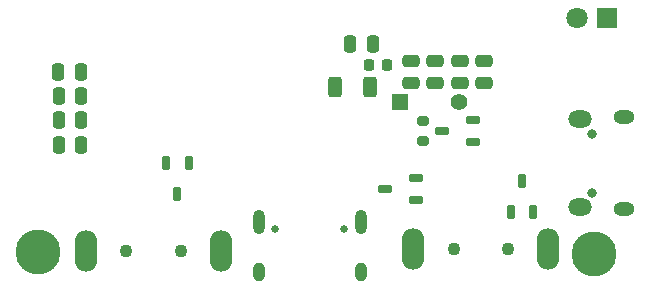
<source format=gbr>
%TF.GenerationSoftware,KiCad,Pcbnew,9.0.3*%
%TF.CreationDate,2025-09-25T12:47:50+01:00*%
%TF.ProjectId,power_bank,706f7765-725f-4626-916e-6b2e6b696361,rev?*%
%TF.SameCoordinates,Original*%
%TF.FileFunction,Soldermask,Bot*%
%TF.FilePolarity,Negative*%
%FSLAX46Y46*%
G04 Gerber Fmt 4.6, Leading zero omitted, Abs format (unit mm)*
G04 Created by KiCad (PCBNEW 9.0.3) date 2025-09-25 12:47:50*
%MOMM*%
%LPD*%
G01*
G04 APERTURE LIST*
G04 Aperture macros list*
%AMRoundRect*
0 Rectangle with rounded corners*
0 $1 Rounding radius*
0 $2 $3 $4 $5 $6 $7 $8 $9 X,Y pos of 4 corners*
0 Add a 4 corners polygon primitive as box body*
4,1,4,$2,$3,$4,$5,$6,$7,$8,$9,$2,$3,0*
0 Add four circle primitives for the rounded corners*
1,1,$1+$1,$2,$3*
1,1,$1+$1,$4,$5*
1,1,$1+$1,$6,$7*
1,1,$1+$1,$8,$9*
0 Add four rect primitives between the rounded corners*
20,1,$1+$1,$2,$3,$4,$5,0*
20,1,$1+$1,$4,$5,$6,$7,0*
20,1,$1+$1,$6,$7,$8,$9,0*
20,1,$1+$1,$8,$9,$2,$3,0*%
G04 Aperture macros list end*
%ADD10C,3.800000*%
%ADD11O,0.800000X0.800000*%
%ADD12O,1.800000X1.150000*%
%ADD13O,2.000000X1.450000*%
%ADD14RoundRect,0.102000X-0.600000X-0.600000X0.600000X-0.600000X0.600000X0.600000X-0.600000X0.600000X0*%
%ADD15C,1.404000*%
%ADD16C,1.100000*%
%ADD17O,1.900000X3.500000*%
%ADD18R,1.800000X1.800000*%
%ADD19C,1.800000*%
%ADD20C,0.650000*%
%ADD21O,1.000000X2.100000*%
%ADD22O,1.000000X1.600000*%
%ADD23RoundRect,0.250000X0.475000X-0.250000X0.475000X0.250000X-0.475000X0.250000X-0.475000X-0.250000X0*%
%ADD24RoundRect,0.250000X-0.250000X-0.475000X0.250000X-0.475000X0.250000X0.475000X-0.250000X0.475000X0*%
%ADD25RoundRect,0.225000X0.225000X0.250000X-0.225000X0.250000X-0.225000X-0.250000X0.225000X-0.250000X0*%
%ADD26RoundRect,0.200000X-0.275000X0.200000X-0.275000X-0.200000X0.275000X-0.200000X0.275000X0.200000X0*%
%ADD27RoundRect,0.162500X-0.162500X0.447500X-0.162500X-0.447500X0.162500X-0.447500X0.162500X0.447500X0*%
%ADD28RoundRect,0.162500X0.447500X0.162500X-0.447500X0.162500X-0.447500X-0.162500X0.447500X-0.162500X0*%
%ADD29RoundRect,0.162500X0.162500X-0.447500X0.162500X0.447500X-0.162500X0.447500X-0.162500X-0.447500X0*%
%ADD30RoundRect,0.250000X-0.475000X0.250000X-0.475000X-0.250000X0.475000X-0.250000X0.475000X0.250000X0*%
%ADD31RoundRect,0.250000X0.250000X0.475000X-0.250000X0.475000X-0.250000X-0.475000X0.250000X-0.475000X0*%
%ADD32RoundRect,0.250000X0.312500X0.625000X-0.312500X0.625000X-0.312500X-0.625000X0.312500X-0.625000X0*%
G04 APERTURE END LIST*
D10*
%TO.C,H2*%
X93530000Y-117160000D03*
%TD*%
D11*
%TO.C,J4*%
X140435000Y-112135000D03*
X140435000Y-107135000D03*
D12*
X143185000Y-113510000D03*
D13*
X139385000Y-113360000D03*
X139385000Y-105910000D03*
D12*
X143185000Y-105760000D03*
%TD*%
D14*
%TO.C,C1*%
X124180000Y-104490000D03*
D15*
X129180000Y-104490000D03*
%TD*%
D10*
%TO.C,H1*%
X140640000Y-117310000D03*
%TD*%
D16*
%TO.C,J1*%
X105620000Y-117070000D03*
X101020000Y-117070000D03*
D17*
X109020000Y-117070000D03*
X97620000Y-117070000D03*
%TD*%
D16*
%TO.C,J2*%
X133320000Y-116920000D03*
X128720000Y-116920000D03*
D17*
X136720000Y-116920000D03*
X125320000Y-116920000D03*
%TD*%
D18*
%TO.C,D3*%
X141710000Y-97330000D03*
D19*
X139170000Y-97330000D03*
%TD*%
D20*
%TO.C,J5*%
X113640000Y-115180000D03*
X119420000Y-115180000D03*
D21*
X112210000Y-114650000D03*
D22*
X112210000Y-118830000D03*
D21*
X120850000Y-114650000D03*
D22*
X120850000Y-118830000D03*
%TD*%
D23*
%TO.C,CBAT1..7*%
X127190000Y-102870000D03*
X127190000Y-100970000D03*
%TD*%
D24*
%TO.C,CBAT1..4*%
X95290000Y-106010000D03*
X97190000Y-106010000D03*
%TD*%
%TO.C,CBAT1..1*%
X95260000Y-101910000D03*
X97160000Y-101910000D03*
%TD*%
D25*
%TO.C,CIN1..5*%
X123090000Y-101290000D03*
X121540000Y-101290000D03*
%TD*%
D26*
%TO.C,RNTC2*%
X126100000Y-106085000D03*
X126100000Y-107735000D03*
%TD*%
D27*
%TO.C,Q3*%
X104380000Y-109610000D03*
X106280000Y-109610000D03*
X105330000Y-112230000D03*
%TD*%
D28*
%TO.C,Q1*%
X130400000Y-105990000D03*
X130400000Y-107890000D03*
X127780000Y-106940000D03*
%TD*%
D24*
%TO.C,CBAT1..5*%
X95290000Y-108100000D03*
X97190000Y-108100000D03*
%TD*%
D28*
%TO.C,Q4*%
X125550000Y-110900000D03*
X125550000Y-112800000D03*
X122930000Y-111850000D03*
%TD*%
D29*
%TO.C,Q2*%
X135460000Y-113790000D03*
X133560000Y-113790000D03*
X134510000Y-111170000D03*
%TD*%
D23*
%TO.C,CBAT1..6*%
X125140000Y-102870000D03*
X125140000Y-100970000D03*
%TD*%
D30*
%TO.C,CBAT1..9*%
X131310000Y-100980000D03*
X131310000Y-102880000D03*
%TD*%
D31*
%TO.C,CIN1..6*%
X121860000Y-99510000D03*
X119960000Y-99510000D03*
%TD*%
D23*
%TO.C,CBAT1..8*%
X129260000Y-102870000D03*
X129260000Y-100970000D03*
%TD*%
D32*
%TO.C,RNTC1*%
X121612500Y-103220000D03*
X118687500Y-103220000D03*
%TD*%
D24*
%TO.C,CBAT1..3*%
X95280000Y-103950000D03*
X97180000Y-103950000D03*
%TD*%
M02*

</source>
